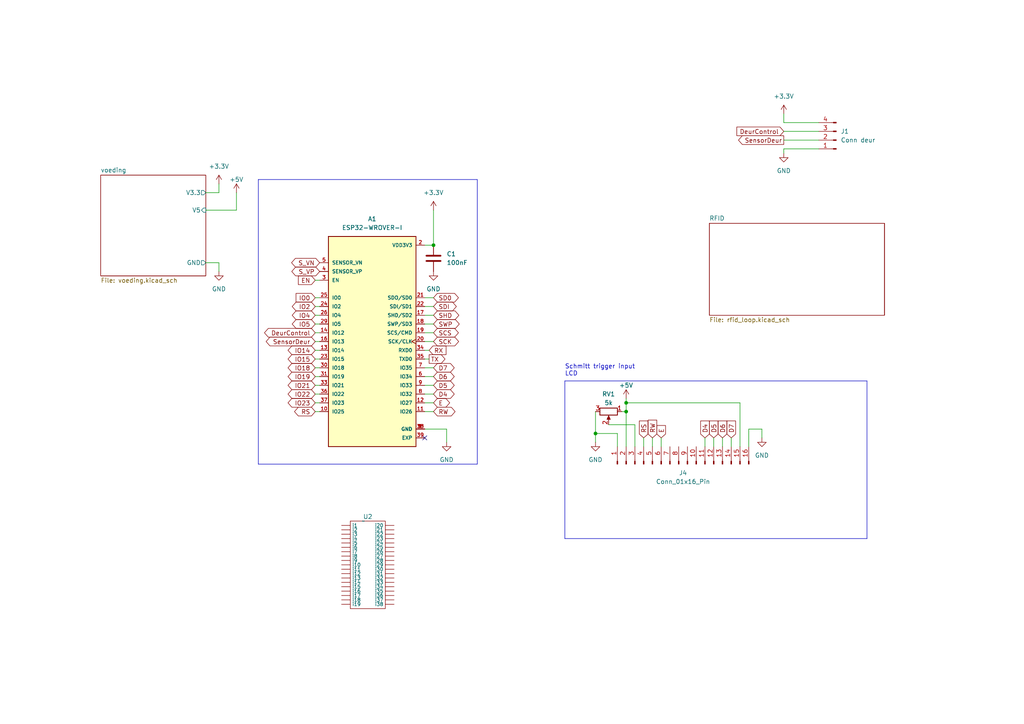
<source format=kicad_sch>
(kicad_sch (version 20230121) (generator eeschema)
  (paper "A4")
  (lib_symbols
    (symbol "Connector:Conn_01x16_Pin" (pin_names (offset 1.016) hide)
      (property "Reference" "J" (at 0 20.32 0))
      (property "Value" "Conn_01x16_Pin" (at 0 -22.86 0))
      (symbol "Conn_01x16_Pin_1_1"
        (polyline (pts (xy 1.27 -20.32) (xy 0.8636 -20.32)) (stroke (width 0.1524)))
        (polyline (pts (xy 1.27 -17.78) (xy 0.8636 -17.78)) (stroke (width 0.1524)))
        (polyline (pts (xy 1.27 -15.24) (xy 0.8636 -15.24)) (stroke (width 0.1524)))
        (polyline (pts (xy 1.27 -12.7) (xy 0.8636 -12.7)) (stroke (width 0.1524)))
        (polyline (pts (xy 1.27 -10.16) (xy 0.8636 -10.16)) (stroke (width 0.1524)))
        (polyline (pts (xy 1.27 -7.62) (xy 0.8636 -7.62)) (stroke (width 0.1524)))
        (polyline (pts (xy 1.27 -5.08) (xy 0.8636 -5.08)) (stroke (width 0.1524)))
        (polyline (pts (xy 1.27 -2.54) (xy 0.8636 -2.54)) (stroke (width 0.1524)))
        (polyline (pts (xy 1.27 0) (xy 0.8636 0)) (stroke (width 0.1524)))
        (polyline (pts (xy 1.27 2.54) (xy 0.8636 2.54)) (stroke (width 0.1524)))
        (polyline (pts (xy 1.27 5.08) (xy 0.8636 5.08)) (stroke (width 0.1524)))
        (polyline (pts (xy 1.27 7.62) (xy 0.8636 7.62)) (stroke (width 0.1524)))
        (polyline (pts (xy 1.27 10.16) (xy 0.8636 10.16)) (stroke (width 0.1524)))
        (polyline (pts (xy 1.27 12.7) (xy 0.8636 12.7)) (stroke (width 0.1524)))
        (polyline (pts (xy 1.27 15.24) (xy 0.8636 15.24)) (stroke (width 0.1524)))
        (polyline (pts (xy 1.27 17.78) (xy 0.8636 17.78)) (stroke (width 0.1524)))
        (rectangle (start 0.8636 -20.193) (end 0 -20.447) (stroke (width 0.1524)) (fill (type outline)))
        (rectangle (start 0.8636 -17.653) (end 0 -17.907) (stroke (width 0.1524)) (fill (type outline)))
        (rectangle (start 0.8636 -15.113) (end 0 -15.367) (stroke (width 0.1524)) (fill (type outline)))
        (rectangle (start 0.8636 -12.573) (end 0 -12.827) (stroke (width 0.1524)) (fill (type outline)))
        (rectangle (start 0.8636 -10.033) (end 0 -10.287) (stroke (width 0.1524)) (fill (type outline)))
        (rectangle (start 0.8636 -7.493) (end 0 -7.747) (stroke (width 0.1524)) (fill (type outline)))
        (rectangle (start 0.8636 -4.953) (end 0 -5.207) (stroke (width 0.1524)) (fill (type outline)))
        (rectangle (start 0.8636 -2.413) (end 0 -2.667) (stroke (width 0.1524)) (fill (type outline)))
        (rectangle (start 0.8636 0.127) (end 0 -0.127) (stroke (width 0.1524)) (fill (type outline)))
        (rectangle (start 0.8636 2.667) (end 0 2.413) (stroke (width 0.1524)) (fill (type outline)))
        (rectangle (start 0.8636 5.207) (end 0 4.953) (stroke (width 0.1524)) (fill (type outline)))
        (rectangle (start 0.8636 7.747) (end 0 7.493) (stroke (width 0.1524)) (fill (type outline)))
        (rectangle (start 0.8636 10.287) (end 0 10.033) (stroke (width 0.1524)) (fill (type outline)))
        (rectangle (start 0.8636 12.827) (end 0 12.573) (stroke (width 0.1524)) (fill (type outline)))
        (rectangle (start 0.8636 15.367) (end 0 15.113) (stroke (width 0.1524)) (fill (type outline)))
        (rectangle (start 0.8636 17.907) (end 0 17.653) (stroke (width 0.1524)) (fill (type outline)))
        (pin passive line (at 5.08 17.78 180) (length 3.81) (name "Pin_1") (number "1"))
        (pin passive line (at 5.08 -5.08 180) (length 3.81) (name "Pin_10") (number "10"))
        (pin passive line (at 5.08 -7.62 180) (length 3.81) (name "Pin_11") (number "11"))
        (pin passive line (at 5.08 -10.16 180) (length 3.81) (name "Pin_12") (number "12"))
        (pin passive line (at 5.08 -12.7 180) (length 3.81) (name "Pin_13") (number "13"))
        (pin passive line (at 5.08 -15.24 180) (length 3.81) (name "Pin_14") (number "14"))
        (pin passive line (at 5.08 -17.78 180) (length 3.81) (name "Pin_15") (number "15"))
        (pin passive line (at 5.08 -20.32 180) (length 3.81) (name "Pin_16") (number "16"))
        (pin passive line (at 5.08 15.24 180) (length 3.81) (name "Pin_2") (number "2"))
        (pin passive line (at 5.08 12.7 180) (length 3.81) (name "Pin_3") (number "3"))
        (pin passive line (at 5.08 10.16 180) (length 3.81) (name "Pin_4") (number "4"))
        (pin passive line (at 5.08 7.62 180) (length 3.81) (name "Pin_5") (number "5"))
        (pin passive line (at 5.08 5.08 180) (length 3.81) (name "Pin_6") (number "6"))
        (pin passive line (at 5.08 2.54 180) (length 3.81) (name "Pin_7") (number "7"))
        (pin passive line (at 5.08 0 180) (length 3.81) (name "Pin_8") (number "8"))
        (pin passive line (at 5.08 -2.54 180) (length 3.81) (name "Pin_9") (number "9"))
      )
    )
    (symbol "Device:C" (pin_numbers hide) (pin_names (offset 0.254))
      (property "Reference" "C" (at 0.635 2.54 0))
      (property "Value" "C" (at 0.635 -2.54 0))
      (symbol "C_0_1"
        (polyline (pts (xy -2.032 -0.762) (xy 2.032 -0.762)) (stroke (width 0.508)))
        (polyline (pts (xy -2.032 0.762) (xy 2.032 0.762)) (stroke (width 0.508)))
      )
      (symbol "C_1_1"
        (pin passive line (at 0 3.81 270) (length 2.794) (name "~") (number "1"))
        (pin passive line (at 0 -3.81 90) (length 2.794) (name "~") (number "2"))
      )
    )
    (symbol "Device:R_Potentiometer" (pin_names (offset 1.016) hide)
      (property "Reference" "RV" (at -4.445 0 90))
      (property "Value" "R_Potentiometer" (at -2.54 0 90))
      (symbol "R_Potentiometer_0_1"
        (polyline (pts (xy 2.54 0) (xy 1.524 0)))
        (polyline (pts (xy 1.143 0) (xy 2.286 0.508) (xy 2.286 -0.508) (xy 1.143 0)) (fill (type outline)))
        (rectangle (start 1.016 2.54) (end -1.016 -2.54) (stroke (width 0.254)))
      )
      (symbol "R_Potentiometer_1_1"
        (pin passive line (at 0 3.81 270) (length 1.27) (name "1") (number "1"))
        (pin passive line (at 3.81 0 180) (length 1.27) (name "2") (number "2"))
        (pin passive line (at 0 -3.81 90) (length 1.27) (name "3") (number "3"))
      )
    )
    (symbol "UGent_standard_stock_Connector:Conn_01x04_2,54mm" (pin_names (offset 1.016) hide)
      (property "Reference" "J" (at 0 5.08 0))
      (property "Value" "Conn_01x04_2,54mm" (at 0 -7.62 0))
      (symbol "Conn_01x04_2,54mm_1_1"
        (polyline (pts (xy 1.27 -5.08) (xy 0.8636 -5.08)) (stroke (width 0.1524)))
        (polyline (pts (xy 1.27 -2.54) (xy 0.8636 -2.54)) (stroke (width 0.1524)))
        (polyline (pts (xy 1.27 0) (xy 0.8636 0)) (stroke (width 0.1524)))
        (polyline (pts (xy 1.27 2.54) (xy 0.8636 2.54)) (stroke (width 0.1524)))
        (rectangle (start 0.8636 -4.953) (end 0 -5.207) (stroke (width 0.1524)) (fill (type outline)))
        (rectangle (start 0.8636 -2.413) (end 0 -2.667) (stroke (width 0.1524)) (fill (type outline)))
        (rectangle (start 0.8636 0.127) (end 0 -0.127) (stroke (width 0.1524)) (fill (type outline)))
        (rectangle (start 0.8636 2.667) (end 0 2.413) (stroke (width 0.1524)) (fill (type outline)))
        (pin passive line (at 5.08 2.54 180) (length 3.81) (name "Pin_1") (number "1"))
        (pin passive line (at 5.08 0 180) (length 3.81) (name "Pin_2") (number "2"))
        (pin passive line (at 5.08 -2.54 180) (length 3.81) (name "Pin_3") (number "3"))
        (pin passive line (at 5.08 -5.08 180) (length 3.81) (name "Pin_4") (number "4"))
      )
    )
    (symbol "UGent_standard_stock_IC:ESP32-WROVER-I" (pin_names (offset 1.016))
      (property "Reference" "A" (at -12.7309 30.5539 0))
      (property "Value" "ESP32-WROVER-I" (at -12.736 -33.1102 0))
      (symbol "ESP32-WROVER-I_0_0"
        (rectangle (start -12.7 -30.48) (end 12.7 30.48) (stroke (width 0.254)) (fill (type background)))
        (pin power_in line (at 15.24 -25.4 180) (length 2.54) (name "GND") (number "1"))
        (pin bidirectional line (at -15.24 -20.32 0) (length 2.54) (name "IO25") (number "10"))
        (pin bidirectional line (at 15.24 -20.32 180) (length 2.54) (name "IO26") (number "11"))
        (pin bidirectional line (at 15.24 -17.78 180) (length 2.54) (name "IO27") (number "12"))
        (pin bidirectional line (at -15.24 -2.54 0) (length 2.54) (name "IO14") (number "13"))
        (pin bidirectional line (at -15.24 2.54 0) (length 2.54) (name "IO12") (number "14"))
        (pin power_in line (at 15.24 -25.4 180) (length 2.54) (name "GND") (number "15"))
        (pin bidirectional line (at -15.24 0 0) (length 2.54) (name "IO13") (number "16"))
        (pin bidirectional line (at 15.24 7.62 180) (length 2.54) (name "SHD/SD2") (number "17"))
        (pin bidirectional line (at 15.24 5.08 180) (length 2.54) (name "SWP/SD3") (number "18"))
        (pin bidirectional line (at 15.24 2.54 180) (length 2.54) (name "SCS/CMD") (number "19"))
        (pin power_in line (at 15.24 27.94 180) (length 2.54) (name "VDD3V3") (number "2"))
        (pin bidirectional clock (at 15.24 0 180) (length 2.54) (name "SCK/CLK") (number "20"))
        (pin bidirectional line (at 15.24 12.7 180) (length 2.54) (name "SDO/SD0") (number "21"))
        (pin bidirectional line (at 15.24 10.16 180) (length 2.54) (name "SDI/SD1") (number "22"))
        (pin bidirectional line (at -15.24 -5.08 0) (length 2.54) (name "IO15") (number "23"))
        (pin bidirectional line (at -15.24 10.16 0) (length 2.54) (name "IO2") (number "24"))
        (pin bidirectional line (at -15.24 12.7 0) (length 2.54) (name "IO0") (number "25"))
        (pin bidirectional line (at -15.24 7.62 0) (length 2.54) (name "IO4") (number "26"))
        (pin bidirectional line (at -15.24 5.08 0) (length 2.54) (name "IO5") (number "29"))
        (pin input line (at -15.24 17.78 0) (length 2.54) (name "EN") (number "3"))
        (pin bidirectional line (at -15.24 -7.62 0) (length 2.54) (name "IO18") (number "30"))
        (pin bidirectional line (at -15.24 -10.16 0) (length 2.54) (name "IO19") (number "31"))
        (pin bidirectional line (at -15.24 -12.7 0) (length 2.54) (name "IO21") (number "33"))
        (pin bidirectional line (at 15.24 -2.54 180) (length 2.54) (name "RXD0") (number "34"))
        (pin bidirectional line (at 15.24 -5.08 180) (length 2.54) (name "TXD0") (number "35"))
        (pin bidirectional line (at -15.24 -15.24 0) (length 2.54) (name "IO22") (number "36"))
        (pin bidirectional line (at -15.24 -17.78 0) (length 2.54) (name "IO23") (number "37"))
        (pin power_in line (at 15.24 -25.4 180) (length 2.54) (name "GND") (number "38"))
        (pin power_in line (at 15.24 -27.94 180) (length 2.54) (name "EXP") (number "39"))
        (pin input line (at -15.24 20.32 0) (length 2.54) (name "SENSOR_VP") (number "4"))
        (pin input line (at -15.24 22.86 0) (length 2.54) (name "SENSOR_VN") (number "5"))
        (pin input line (at 15.24 -10.16 180) (length 2.54) (name "IO34") (number "6"))
        (pin input line (at 15.24 -7.62 180) (length 2.54) (name "IO35") (number "7"))
        (pin bidirectional line (at 15.24 -15.24 180) (length 2.54) (name "IO32") (number "8"))
        (pin bidirectional line (at 15.24 -12.7 180) (length 2.54) (name "IO33") (number "9"))
      )
    )
    (symbol "own:devkit_connector"
      (property "Reference" "U" (at 0 13.97 0))
      (symbol "devkit_connector_0_1"
        (rectangle (start -5.08 12.7) (end 5.08 -12.7))
      )
      (symbol "devkit_connector_1_1"
        (pin input line (at -7.62 11.43 0) (length 2.54) (name "i1") (number ""))
        (pin input line (at -7.62 0 0) (length 2.54) (name "i10") (number ""))
        (pin input line (at -7.62 -1.27 0) (length 2.54) (name "i11") (number ""))
        (pin input line (at -7.62 -2.54 0) (length 2.54) (name "i12") (number ""))
        (pin input line (at -7.62 -3.81 0) (length 2.54) (name "i13") (number ""))
        (pin input line (at -7.62 -5.08 0) (length 2.54) (name "i14") (number ""))
        (pin input line (at -7.62 -6.35 0) (length 2.54) (name "i15") (number ""))
        (pin input line (at -7.62 -7.62 0) (length 2.54) (name "i16") (number ""))
        (pin input line (at -7.62 -8.89 0) (length 2.54) (name "i17") (number ""))
        (pin input line (at -7.62 -10.16 0) (length 2.54) (name "i18") (number ""))
        (pin input line (at -7.62 -11.43 0) (length 2.54) (name "i19") (number ""))
        (pin input line (at -7.62 10.16 0) (length 2.54) (name "i2") (number ""))
        (pin input line (at 7.62 11.43 180) (length 2.54) (name "i20") (number ""))
        (pin input line (at 7.62 10.16 180) (length 2.54) (name "i21") (number ""))
        (pin input line (at 7.62 8.89 180) (length 2.54) (name "i22") (number ""))
        (pin input line (at 7.62 7.62 180) (length 2.54) (name "i23") (number ""))
        (pin input line (at 7.62 6.35 180) (length 2.54) (name "i24") (number ""))
        (pin input line (at 7.62 5.08 180) (length 2.54) (name "i25") (number ""))
        (pin input line (at 7.62 3.81 180) (length 2.54) (name "i26") (number ""))
        (pin input line (at 7.62 2.54 180) (length 2.54) (name "i27") (number ""))
        (pin input line (at 7.62 1.27 180) (length 2.54) (name "i28") (number ""))
        (pin input line (at 7.62 0 180) (length 2.54) (name "i29") (number ""))
        (pin input line (at -7.62 8.89 0) (length 2.54) (name "i3") (number ""))
        (pin input line (at 7.62 -1.27 180) (length 2.54) (name "i30") (number ""))
        (pin input line (at 7.62 -2.54 180) (length 2.54) (name "i31") (number ""))
        (pin input line (at 7.62 -3.81 180) (length 2.54) (name "i32") (number ""))
        (pin input line (at 7.62 -5.08 180) (length 2.54) (name "i33") (number ""))
        (pin input line (at 7.62 -6.35 180) (length 2.54) (name "i34") (number ""))
        (pin input line (at 7.62 -7.62 180) (length 2.54) (name "i35") (number ""))
        (pin input line (at 7.62 -8.89 180) (length 2.54) (name "i36") (number ""))
        (pin input line (at 7.62 -10.16 180) (length 2.54) (name "i37") (number ""))
        (pin input line (at 7.62 -11.43 180) (length 2.54) (name "i38") (number ""))
        (pin input line (at -7.62 7.62 0) (length 2.54) (name "i4") (number ""))
        (pin input line (at -7.62 6.35 0) (length 2.54) (name "i5") (number ""))
        (pin input line (at -7.62 5.08 0) (length 2.54) (name "i6") (number ""))
        (pin input line (at -7.62 3.81 0) (length 2.54) (name "i7") (number ""))
        (pin input line (at -7.62 2.54 0) (length 2.54) (name "i8") (number ""))
        (pin input line (at -7.62 1.27 0) (length 2.54) (name "i9") (number ""))
      )
    )
    (symbol "power:+3.3V" (power) (pin_names (offset 0))
      (property "Value" "+3.3V" (at 0 3.556 0))
      (symbol "+3.3V_0_1"
        (polyline (pts (xy -0.762 1.27) (xy 0 2.54)))
        (polyline (pts (xy 0 0) (xy 0 2.54)))
        (polyline (pts (xy 0 2.54) (xy 0.762 1.27)))
      )
      (symbol "+3.3V_1_1"
        (pin power_in line (at 0 0 90) (length 0) hide (name "+3.3V") (number "1"))
      )
    )
    (symbol "power:+5V" (power) (pin_names (offset 0))
      (property "Value" "+5V" (at 0 3.556 0))
      (symbol "+5V_0_1"
        (polyline (pts (xy -0.762 1.27) (xy 0 2.54)))
        (polyline (pts (xy 0 0) (xy 0 2.54)))
        (polyline (pts (xy 0 2.54) (xy 0.762 1.27)))
      )
      (symbol "+5V_1_1"
        (pin power_in line (at 0 0 90) (length 0) hide (name "+5V") (number "1"))
      )
    )
    (symbol "power:GND" (power) (pin_names (offset 0))
      (property "Value" "GND" (at 0 -3.81 0))
      (symbol "GND_0_1"
        (polyline (pts (xy 0 0) (xy 0 -1.27) (xy 1.27 -1.27) (xy 0 -2.54) (xy -1.27 -1.27) (xy 0 -1.27)))
      )
      (symbol "GND_1_1"
        (pin power_in line (at 0 0 270) (length 0) hide (name "GND") (number "1"))
      )
    )
  )
  (junction (at 125.73 71.12))
  (junction (at 181.61 119.38))
  (junction (at 172.72 125.73))
  (junction (at 181.61 116.84))
  (no_connect (at 123.19 127))
  (polyline (pts (xy 163.83 110.49) (xy 251.46 110.49)))
  (polyline (pts (xy 74.93 134.62) (xy 74.93 52.07)))
  (wire (pts (xy 91.44 111.76) (xy 92.71 111.76)))
  (wire (pts (xy 91.44 93.98) (xy 92.71 93.98)))
  (wire (pts (xy 123.19 106.68) (xy 125.73 106.68)))
  (wire (pts (xy 123.19 116.84) (xy 125.73 116.84)))
  (polyline (pts (xy 74.93 52.07) (xy 138.43 52.07)))
  (wire (pts (xy 212.09 127) (xy 212.09 129.54)))
  (wire (pts (xy 204.47 127) (xy 204.47 129.54)))
  (wire (pts (xy 91.44 116.84) (xy 92.71 116.84)))
  (polyline (pts (xy 251.46 156.21) (xy 163.83 156.21)))
  (wire (pts (xy 91.44 81.28) (xy 92.71 81.28)))
  (wire (pts (xy 123.19 111.76) (xy 125.73 111.76)))
  (wire (pts (xy 181.61 115.57) (xy 181.61 116.84)))
  (wire (pts (xy 123.19 119.38) (xy 125.73 119.38)))
  (wire (pts (xy 68.58 55.88) (xy 68.58 60.96)))
  (wire (pts (xy 172.72 128.27) (xy 172.72 125.73)))
  (wire (pts (xy 184.15 123.19) (xy 184.15 129.54)))
  (polyline (pts (xy 251.46 110.49) (xy 251.46 156.21)))
  (wire (pts (xy 123.19 93.98) (xy 125.73 93.98)))
  (wire (pts (xy 123.19 109.22) (xy 125.73 109.22)))
  (wire (pts (xy 91.44 96.52) (xy 92.71 96.52)))
  (wire (pts (xy 63.5 78.74) (xy 63.5 76.2)))
  (wire (pts (xy 91.44 106.68) (xy 92.71 106.68)))
  (wire (pts (xy 91.44 88.9) (xy 92.71 88.9)))
  (wire (pts (xy 124.46 104.14) (xy 123.19 104.14)))
  (wire (pts (xy 125.73 71.12) (xy 125.73 60.96)))
  (wire (pts (xy 123.19 114.3) (xy 125.73 114.3)))
  (wire (pts (xy 227.33 33.02) (xy 227.33 35.56)))
  (wire (pts (xy 63.5 76.2) (xy 59.69 76.2)))
  (wire (pts (xy 91.44 114.3) (xy 92.71 114.3)))
  (wire (pts (xy 123.19 91.44) (xy 125.73 91.44)))
  (polyline (pts (xy 138.43 134.62) (xy 74.93 134.62)))
  (wire (pts (xy 123.19 96.52) (xy 125.73 96.52)))
  (wire (pts (xy 189.23 127) (xy 189.23 129.54)))
  (wire (pts (xy 176.53 123.19) (xy 184.15 123.19)))
  (wire (pts (xy 214.63 129.54) (xy 214.63 116.84)))
  (wire (pts (xy 63.5 55.88) (xy 63.5 53.34)))
  (wire (pts (xy 179.07 125.73) (xy 179.07 129.54)))
  (wire (pts (xy 181.61 119.38) (xy 181.61 129.54)))
  (wire (pts (xy 227.33 35.56) (xy 237.49 35.56)))
  (wire (pts (xy 217.17 124.46) (xy 217.17 129.54)))
  (wire (pts (xy 227.33 43.18) (xy 227.33 44.45)))
  (wire (pts (xy 220.98 127) (xy 220.98 124.46)))
  (wire (pts (xy 214.63 116.84) (xy 181.61 116.84)))
  (wire (pts (xy 172.72 125.73) (xy 179.07 125.73)))
  (wire (pts (xy 68.58 60.96) (xy 59.69 60.96)))
  (wire (pts (xy 186.69 127) (xy 186.69 129.54)))
  (wire (pts (xy 91.44 101.6) (xy 92.71 101.6)))
  (wire (pts (xy 129.54 128.27) (xy 129.54 124.46)))
  (wire (pts (xy 91.44 99.06) (xy 92.71 99.06)))
  (wire (pts (xy 123.19 99.06) (xy 125.73 99.06)))
  (wire (pts (xy 124.46 101.6) (xy 123.19 101.6)))
  (wire (pts (xy 220.98 124.46) (xy 217.17 124.46)))
  (wire (pts (xy 180.34 119.38) (xy 181.61 119.38)))
  (wire (pts (xy 123.19 88.9) (xy 125.73 88.9)))
  (wire (pts (xy 91.44 91.44) (xy 92.71 91.44)))
  (wire (pts (xy 191.77 127) (xy 191.77 129.54)))
  (wire (pts (xy 91.44 86.36) (xy 92.71 86.36)))
  (wire (pts (xy 123.19 71.12) (xy 125.73 71.12)))
  (wire (pts (xy 209.55 127) (xy 209.55 129.54)))
  (polyline (pts (xy 138.43 52.07) (xy 138.43 134.62)))
  (wire (pts (xy 227.33 38.1) (xy 237.49 38.1)))
  (polyline (pts (xy 163.83 156.21) (xy 163.83 110.49)))
  (wire (pts (xy 227.33 40.64) (xy 237.49 40.64)))
  (wire (pts (xy 237.49 43.18) (xy 227.33 43.18)))
  (wire (pts (xy 129.54 124.46) (xy 123.19 124.46)))
  (wire (pts (xy 91.44 104.14) (xy 92.71 104.14)))
  (wire (pts (xy 181.61 116.84) (xy 181.61 119.38)))
  (wire (pts (xy 207.01 127) (xy 207.01 129.54)))
  (wire (pts (xy 59.69 55.88) (xy 63.5 55.88)))
  (wire (pts (xy 91.44 109.22) (xy 92.71 109.22)))
  (wire (pts (xy 123.19 86.36) (xy 125.73 86.36)))
  (wire (pts (xy 91.44 119.38) (xy 92.71 119.38)))
  (wire (pts (xy 172.72 119.38) (xy 172.72 125.73)))
  (text "Schmitt trigger input\nLCD\n" (at 163.83 109.22 0) (effects (font (size 1.27 1.27)) (justify left bottom)))
  (global_label "IO22" (shape bidirectional) (at 91.44 114.3 180) (property "Intersheetrefs" "${INTERSHEET_REFS}" (effects hide)))
  (global_label "DeurControl" (shape input) (at 227.33 38.1 180) (property "Intersheetrefs" "${INTERSHEET_REFS}" (effects hide)))
  (global_label "IO2" (shape bidirectional) (at 91.44 88.9 180) (property "Intersheetrefs" "${INTERSHEET_REFS}" (effects hide)))
  (global_label "S_VP" (shape bidirectional) (at 92.71 78.74 180) (property "Intersheetrefs" "${INTERSHEET_REFS}" (effects hide)))
  (global_label "D4" (shape input) (at 204.47 127 90) (property "Intersheetrefs" "${INTERSHEET_REFS}" (effects hide)))
  (global_label "SD0" (shape bidirectional) (at 125.73 86.36 0) (property "Intersheetrefs" "${INTERSHEET_REFS}" (effects hide)))
  (global_label "D6" (shape input) (at 209.55 127 90) (property "Intersheetrefs" "${INTERSHEET_REFS}" (effects hide)))
  (global_label "S_VN" (shape bidirectional) (at 92.71 76.2 180) (property "Intersheetrefs" "${INTERSHEET_REFS}" (effects hide)))
  (global_label "D5" (shape bidirectional) (at 125.73 111.76 0) (property "Intersheetrefs" "${INTERSHEET_REFS}" (effects hide)))
  (global_label "IO0" (shape input) (at 91.44 86.36 180) (property "Intersheetrefs" "${INTERSHEET_REFS}" (effects hide)))
  (global_label "SCK" (shape bidirectional) (at 125.73 99.06 0) (property "Intersheetrefs" "${INTERSHEET_REFS}" (effects hide)))
  (global_label "IO19" (shape bidirectional) (at 91.44 109.22 180) (property "Intersheetrefs" "${INTERSHEET_REFS}" (effects hide)))
  (global_label "IO14" (shape bidirectional) (at 91.44 101.6 180) (property "Intersheetrefs" "${INTERSHEET_REFS}" (effects hide)))
  (global_label "D7" (shape input) (at 212.09 127 90) (property "Intersheetrefs" "${INTERSHEET_REFS}" (effects hide)))
  (global_label "E" (shape bidirectional) (at 125.73 116.84 0) (property "Intersheetrefs" "${INTERSHEET_REFS}" (effects hide)))
  (global_label "EN" (shape input) (at 91.44 81.28 180) (property "Intersheetrefs" "${INTERSHEET_REFS}" (effects hide)))
  (global_label "IO15" (shape bidirectional) (at 91.44 104.14 180) (property "Intersheetrefs" "${INTERSHEET_REFS}" (effects hide)))
  (global_label "IO18" (shape bidirectional) (at 91.44 106.68 180) (property "Intersheetrefs" "${INTERSHEET_REFS}" (effects hide)))
  (global_label "RW" (shape bidirectional) (at 125.73 119.38 0) (property "Intersheetrefs" "${INTERSHEET_REFS}" (effects hide)))
  (global_label "RX" (shape input) (at 124.46 101.6 0) (property "Intersheetrefs" "${INTERSHEET_REFS}" (effects hide)))
  (global_label "SHD" (shape bidirectional) (at 125.73 91.44 0) (property "Intersheetrefs" "${INTERSHEET_REFS}" (effects hide)))
  (global_label "SWP" (shape bidirectional) (at 125.73 93.98 0) (property "Intersheetrefs" "${INTERSHEET_REFS}" (effects hide)))
  (global_label "RS" (shape bidirectional) (at 91.44 119.38 180) (property "Intersheetrefs" "${INTERSHEET_REFS}" (effects hide)))
  (global_label "RW" (shape input) (at 189.23 127 90) (property "Intersheetrefs" "${INTERSHEET_REFS}" (effects hide)))
  (global_label "IO21" (shape bidirectional) (at 91.44 111.76 180) (property "Intersheetrefs" "${INTERSHEET_REFS}" (effects hide)))
  (global_label "IO4" (shape bidirectional) (at 91.44 91.44 180) (property "Intersheetrefs" "${INTERSHEET_REFS}" (effects hide)))
  (global_label "D5" (shape input) (at 207.01 127 90) (property "Intersheetrefs" "${INTERSHEET_REFS}" (effects hide)))
  (global_label "IO23" (shape bidirectional) (at 91.44 116.84 180) (property "Intersheetrefs" "${INTERSHEET_REFS}" (effects hide)))
  (global_label "D4" (shape bidirectional) (at 125.73 114.3 0) (property "Intersheetrefs" "${INTERSHEET_REFS}" (effects hide)))
  (global_label "DeurControl" (shape bidirectional) (at 91.44 96.52 180) (property "Intersheetrefs" "${INTERSHEET_REFS}" (effects hide)))
  (global_label "SCS" (shape bidirectional) (at 125.73 96.52 0) (property "Intersheetrefs" "${INTERSHEET_REFS}" (effects hide)))
  (global_label "D6" (shape bidirectional) (at 125.73 109.22 0) (property "Intersheetrefs" "${INTERSHEET_REFS}" (effects hide)))
  (global_label "RS" (shape input) (at 186.69 127 90) (property "Intersheetrefs" "${INTERSHEET_REFS}" (effects hide)))
  (global_label "SensorDeur" (shape bidirectional) (at 91.44 99.06 180) (property "Intersheetrefs" "${INTERSHEET_REFS}" (effects hide)))
  (global_label "D7" (shape bidirectional) (at 125.73 106.68 0) (property "Intersheetrefs" "${INTERSHEET_REFS}" (effects hide)))
  (global_label "SensorDeur" (shape output) (at 227.33 40.64 180) (property "Intersheetrefs" "${INTERSHEET_REFS}" (effects hide)))
  (global_label "E" (shape input) (at 191.77 127 90) (property "Intersheetrefs" "${INTERSHEET_REFS}" (effects hide)))
  (global_label "SDI" (shape bidirectional) (at 125.73 88.9 0) (property "Intersheetrefs" "${INTERSHEET_REFS}" (effects hide)))
  (global_label "IO5" (shape bidirectional) (at 91.44 93.98 180) (property "Intersheetrefs" "${INTERSHEET_REFS}" (effects hide)))
  (global_label "TX" (shape output) (at 124.46 104.14 0) (property "Intersheetrefs" "${INTERSHEET_REFS}" (effects hide)))
  (symbol (lib_id "power:GND") (at 227.33 44.45 0) (unit 1)
    (property "Reference" "#PWR0114" (effects hide))
    (property "Value" "GND" (at 227.33 49.53 0))
  )
  (symbol (lib_id "power:+3.3V") (at 125.73 60.96 0) (unit 1)
    (property "Reference" "#PWR0107" (effects hide))
    (property "Value" "+3.3V" (at 125.73 55.88 0))
  )
  (symbol (lib_id "power:GND") (at 172.72 128.27 0) (unit 1)
    (property "Reference" "#PWR01" (effects hide))
    (property "Value" "GND" (at 172.72 133.35 0))
  )
  (symbol (lib_id "Device:R_Potentiometer") (at 176.53 119.38 270) (unit 1)
    (property "Reference" "RV1" (at 176.53 114.3 90))
    (property "Value" "5k" (at 176.53 116.84 90))
  )
  (symbol (lib_id "own:devkit_connector") (at 106.68 163.83 0) (unit 1)
    (property "Reference" "U2" (at 106.68 149.86 0))
    (property "Value" "~" (at 105.41 151.13 0))
    (property "Footprint" "own:devkit_mount" (effects hide))
  )
  (symbol (lib_id "power:+5V") (at 68.58 55.88 0) (unit 1)
    (property "Reference" "#PWR02" (effects hide))
    (property "Value" "+5V" (at 68.58 52.07 0))
  )
  (symbol (lib_id "power:+3.3V") (at 227.33 33.02 0) (unit 1)
    (property "Reference" "#PWR0110" (effects hide))
    (property "Value" "+3.3V" (at 227.33 27.94 0))
  )
  (symbol (lib_id "power:+5V") (at 181.61 115.57 0) (unit 1)
    (property "Reference" "#PWR03" (effects hide))
    (property "Value" "+5V" (at 181.61 111.76 0))
  )
  (symbol (lib_id "UGent_standard_stock_IC:ESP32-WROVER-I") (at 107.95 99.06 0) (unit 1)
    (property "Reference" "A1" (at 107.95 63.5 0))
    (property "Value" "ESP32-WROVER-I" (at 107.95 66.04 0))
    (property "Footprint" "UGent_standard_stock_IC:XCVR_ESP32-WROVER-I" (effects hide))
    (property "MF" "Espressif Systems" (effects hide))
    (property "DESCRIPTION" "Module: combo; GPIO, I2C x2, I2S x2, SDIO, SPI x3, UART x3; U.FL" (effects hide))
    (property "DIGI-KEY_PURCHASE_URL" "https://www.digikey.com/product-detail/en/espressif-systems/ESP32-WROVER-I/1904-1008-1-ND/8544303?utm_source=snapeda&utm_medium=aggregator&utm_campaign=symbol" (effects hide))
    (property "MP" "ESP32-WROVER-I" (effects hide))
    (property "DIGI-KEY_PART_NUMBER" "1904-1008-1-ND" (effects hide))
    (property "PACKAGE" "Module Espressif Systems" (effects hide))
  )
  (symbol (lib_id "power:GND") (at 125.73 78.74 0) (unit 1)
    (property "Reference" "#PWR0106" (effects hide))
    (property "Value" "GND" (at 125.73 83.82 0))
  )
  (symbol (lib_id "Connector:Conn_01x16_Pin") (at 196.85 134.62 90) (unit 1)
    (property "Reference" "J4" (at 198.12 137.16 90))
    (property "Value" "Conn_01x16_Pin" (at 198.12 139.7 90))
  )
  (symbol (lib_id "Device:C") (at 125.73 74.93 0) (unit 1)
    (property "Reference" "C1" (at 129.54 73.6599 0) (effects (justify left)))
    (property "Value" "100nF" (at 129.54 76.1999 0) (effects (justify left)))
    (property "Footprint" "Capacitor_SMD:C_0805_2012Metric" (effects hide))
  )
  (symbol (lib_id "power:GND") (at 220.98 127 0) (unit 1)
    (property "Reference" "#PWR04" (effects hide))
    (property "Value" "GND" (at 220.98 132.08 0))
  )
  (symbol (lib_id "UGent_standard_stock_Connector:Conn_01x04_2,54mm") (at 242.57 40.64 180) (unit 1)
    (property "Reference" "J1" (at 243.84 38.0999 0) (effects (justify right)))
    (property "Value" "Conn deur" (at 243.84 40.6399 0) (effects (justify right)))
    (property "Footprint" "Connector_PinHeader_2.54mm:PinHeader_1x04_P2.54mm_Vertical" (effects hide))
  )
  (symbol (lib_id "power:GND") (at 63.5 78.74 0) (unit 1)
    (property "Reference" "#PWR0120" (effects hide))
    (property "Value" "GND" (at 63.5 83.82 0))
  )
  (symbol (lib_id "power:GND") (at 129.54 128.27 0) (unit 1)
    (property "Reference" "#PWR0105" (effects hide))
    (property "Value" "GND" (at 129.54 133.35 0))
  )
  (symbol (lib_id "power:+3.3V") (at 63.5 53.34 0) (unit 1)
    (property "Reference" "#PWR0121" (effects hide))
    (property "Value" "+3.3V" (at 63.5 48.26 0))
  )
  (sheet (at 29.21 50.8) (size 30.48 29.21) (stroke (width 0.1524))
    (property "Sheetname" "voeding" (at 29.21 50.0884 0) (effects (justify left bottom)))
    (property "Sheetfile" "voeding.kicad_sch" (at 29.21 80.5946 0) (effects (justify left top)))
    (pin "GND" output (at 59.69 76.2 0))
    (pin "V3.3" output (at 59.69 55.88 0))
    (pin "V5" input (at 59.69 60.96 0))
  )
  (sheet (at 205.74 64.77) (size 50.8 26.67) (stroke (width 0.1524))
    (property "Sheetname" "RFID" (at 205.74 64.0584 0) (effects (justify left bottom)))
    (property "Sheetfile" "rfid_loop.kicad_sch" (at 205.74 92.0246 0) (effects (justify left top)))
  )
)
</source>
